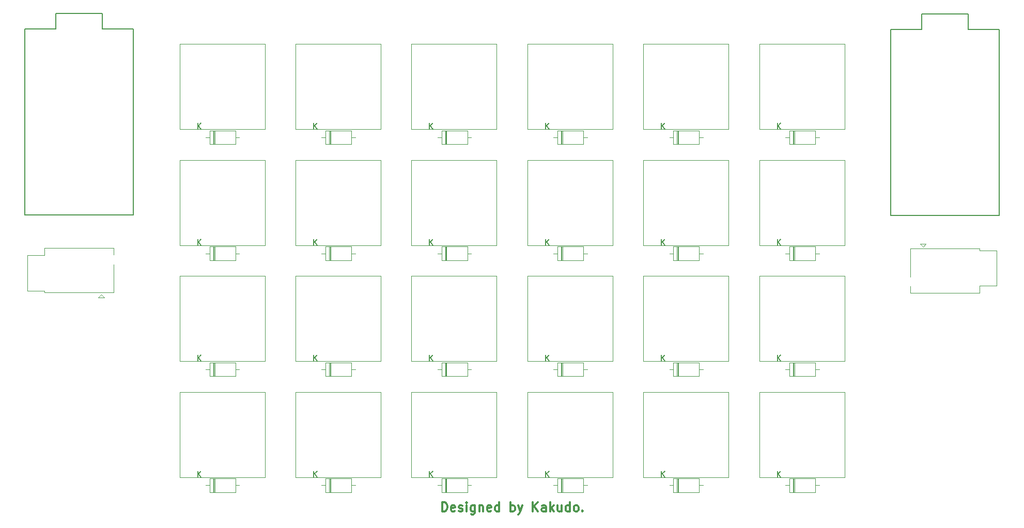
<source format=gto>
G04 #@! TF.GenerationSoftware,KiCad,Pcbnew,(5.0.2)-1*
G04 #@! TF.CreationDate,2019-02-28T20:13:41+09:00*
G04 #@! TF.ProjectId,Keyboard,4b657962-6f61-4726-942e-6b696361645f,rev?*
G04 #@! TF.SameCoordinates,Original*
G04 #@! TF.FileFunction,Legend,Top*
G04 #@! TF.FilePolarity,Positive*
%FSLAX46Y46*%
G04 Gerber Fmt 4.6, Leading zero omitted, Abs format (unit mm)*
G04 Created by KiCad (PCBNEW (5.0.2)-1) date 2019/02/28 20:13:41*
%MOMM*%
%LPD*%
G01*
G04 APERTURE LIST*
%ADD10C,0.300000*%
%ADD11C,0.120000*%
%ADD12C,0.150000*%
G04 APERTURE END LIST*
D10*
X73699999Y-83778571D02*
X73699999Y-82278571D01*
X74057142Y-82278571D01*
X74271428Y-82350000D01*
X74414285Y-82492857D01*
X74485714Y-82635714D01*
X74557142Y-82921428D01*
X74557142Y-83135714D01*
X74485714Y-83421428D01*
X74414285Y-83564285D01*
X74271428Y-83707142D01*
X74057142Y-83778571D01*
X73699999Y-83778571D01*
X75771428Y-83707142D02*
X75628571Y-83778571D01*
X75342857Y-83778571D01*
X75199999Y-83707142D01*
X75128571Y-83564285D01*
X75128571Y-82992857D01*
X75199999Y-82850000D01*
X75342857Y-82778571D01*
X75628571Y-82778571D01*
X75771428Y-82850000D01*
X75842857Y-82992857D01*
X75842857Y-83135714D01*
X75128571Y-83278571D01*
X76414285Y-83707142D02*
X76557142Y-83778571D01*
X76842857Y-83778571D01*
X76985714Y-83707142D01*
X77057142Y-83564285D01*
X77057142Y-83492857D01*
X76985714Y-83350000D01*
X76842857Y-83278571D01*
X76628571Y-83278571D01*
X76485714Y-83207142D01*
X76414285Y-83064285D01*
X76414285Y-82992857D01*
X76485714Y-82850000D01*
X76628571Y-82778571D01*
X76842857Y-82778571D01*
X76985714Y-82850000D01*
X77699999Y-83778571D02*
X77699999Y-82778571D01*
X77699999Y-82278571D02*
X77628571Y-82350000D01*
X77699999Y-82421428D01*
X77771428Y-82350000D01*
X77699999Y-82278571D01*
X77699999Y-82421428D01*
X79057142Y-82778571D02*
X79057142Y-83992857D01*
X78985714Y-84135714D01*
X78914285Y-84207142D01*
X78771428Y-84278571D01*
X78557142Y-84278571D01*
X78414285Y-84207142D01*
X79057142Y-83707142D02*
X78914285Y-83778571D01*
X78628571Y-83778571D01*
X78485714Y-83707142D01*
X78414285Y-83635714D01*
X78342857Y-83492857D01*
X78342857Y-83064285D01*
X78414285Y-82921428D01*
X78485714Y-82850000D01*
X78628571Y-82778571D01*
X78914285Y-82778571D01*
X79057142Y-82850000D01*
X79771428Y-82778571D02*
X79771428Y-83778571D01*
X79771428Y-82921428D02*
X79842857Y-82850000D01*
X79985714Y-82778571D01*
X80199999Y-82778571D01*
X80342857Y-82850000D01*
X80414285Y-82992857D01*
X80414285Y-83778571D01*
X81700000Y-83707142D02*
X81557142Y-83778571D01*
X81271428Y-83778571D01*
X81128571Y-83707142D01*
X81057142Y-83564285D01*
X81057142Y-82992857D01*
X81128571Y-82850000D01*
X81271428Y-82778571D01*
X81557142Y-82778571D01*
X81700000Y-82850000D01*
X81771428Y-82992857D01*
X81771428Y-83135714D01*
X81057142Y-83278571D01*
X83057142Y-83778571D02*
X83057142Y-82278571D01*
X83057142Y-83707142D02*
X82914285Y-83778571D01*
X82628571Y-83778571D01*
X82485714Y-83707142D01*
X82414285Y-83635714D01*
X82342857Y-83492857D01*
X82342857Y-83064285D01*
X82414285Y-82921428D01*
X82485714Y-82850000D01*
X82628571Y-82778571D01*
X82914285Y-82778571D01*
X83057142Y-82850000D01*
X84914285Y-83778571D02*
X84914285Y-82278571D01*
X84914285Y-82850000D02*
X85057142Y-82778571D01*
X85342857Y-82778571D01*
X85485714Y-82850000D01*
X85557142Y-82921428D01*
X85628571Y-83064285D01*
X85628571Y-83492857D01*
X85557142Y-83635714D01*
X85485714Y-83707142D01*
X85342857Y-83778571D01*
X85057142Y-83778571D01*
X84914285Y-83707142D01*
X86128571Y-82778571D02*
X86485714Y-83778571D01*
X86842857Y-82778571D02*
X86485714Y-83778571D01*
X86342857Y-84135714D01*
X86271428Y-84207142D01*
X86128571Y-84278571D01*
X88557142Y-83778571D02*
X88557142Y-82278571D01*
X89414285Y-83778571D02*
X88771428Y-82921428D01*
X89414285Y-82278571D02*
X88557142Y-83135714D01*
X90699999Y-83778571D02*
X90699999Y-82992857D01*
X90628571Y-82850000D01*
X90485714Y-82778571D01*
X90199999Y-82778571D01*
X90057142Y-82850000D01*
X90699999Y-83707142D02*
X90557142Y-83778571D01*
X90199999Y-83778571D01*
X90057142Y-83707142D01*
X89985714Y-83564285D01*
X89985714Y-83421428D01*
X90057142Y-83278571D01*
X90199999Y-83207142D01*
X90557142Y-83207142D01*
X90699999Y-83135714D01*
X91414285Y-83778571D02*
X91414285Y-82278571D01*
X91557142Y-83207142D02*
X91985714Y-83778571D01*
X91985714Y-82778571D02*
X91414285Y-83350000D01*
X93271428Y-82778571D02*
X93271428Y-83778571D01*
X92628571Y-82778571D02*
X92628571Y-83564285D01*
X92699999Y-83707142D01*
X92842857Y-83778571D01*
X93057142Y-83778571D01*
X93199999Y-83707142D01*
X93271428Y-83635714D01*
X94628571Y-83778571D02*
X94628571Y-82278571D01*
X94628571Y-83707142D02*
X94485714Y-83778571D01*
X94199999Y-83778571D01*
X94057142Y-83707142D01*
X93985714Y-83635714D01*
X93914285Y-83492857D01*
X93914285Y-83064285D01*
X93985714Y-82921428D01*
X94057142Y-82850000D01*
X94199999Y-82778571D01*
X94485714Y-82778571D01*
X94628571Y-82850000D01*
X95557142Y-83778571D02*
X95414285Y-83707142D01*
X95342857Y-83635714D01*
X95271428Y-83492857D01*
X95271428Y-83064285D01*
X95342857Y-82921428D01*
X95414285Y-82850000D01*
X95557142Y-82778571D01*
X95771428Y-82778571D01*
X95914285Y-82850000D01*
X95985714Y-82921428D01*
X96057142Y-83064285D01*
X96057142Y-83492857D01*
X95985714Y-83635714D01*
X95914285Y-83707142D01*
X95771428Y-83778571D01*
X95557142Y-83778571D01*
X96700000Y-83635714D02*
X96771428Y-83707142D01*
X96700000Y-83778571D01*
X96628571Y-83707142D01*
X96700000Y-83635714D01*
X96700000Y-83778571D01*
D11*
G04 #@! TO.C,K23*
X30675000Y-78165000D02*
X30675000Y-64195000D01*
X44645000Y-78165000D02*
X30675000Y-78165000D01*
X44645000Y-64195000D02*
X44645000Y-78165000D01*
X30675000Y-64195000D02*
X44645000Y-64195000D01*
G04 #@! TO.C,K24*
X49675000Y-64195000D02*
X63645000Y-64195000D01*
X63645000Y-64195000D02*
X63645000Y-78165000D01*
X63645000Y-78165000D02*
X49675000Y-78165000D01*
X49675000Y-78165000D02*
X49675000Y-64195000D01*
G04 #@! TO.C,D24*
X54590000Y-78380000D02*
X54590000Y-80620000D01*
X54590000Y-80620000D02*
X58830000Y-80620000D01*
X58830000Y-80620000D02*
X58830000Y-78380000D01*
X58830000Y-78380000D02*
X54590000Y-78380000D01*
X53940000Y-79500000D02*
X54590000Y-79500000D01*
X59480000Y-79500000D02*
X58830000Y-79500000D01*
X55310000Y-78380000D02*
X55310000Y-80620000D01*
X55430000Y-78380000D02*
X55430000Y-80620000D01*
X55190000Y-78380000D02*
X55190000Y-80620000D01*
G04 #@! TO.C,D23*
X36190000Y-78380000D02*
X36190000Y-80620000D01*
X36430000Y-78380000D02*
X36430000Y-80620000D01*
X36310000Y-78380000D02*
X36310000Y-80620000D01*
X40480000Y-79500000D02*
X39830000Y-79500000D01*
X34940000Y-79500000D02*
X35590000Y-79500000D01*
X39830000Y-78380000D02*
X35590000Y-78380000D01*
X39830000Y-80620000D02*
X39830000Y-78380000D01*
X35590000Y-80620000D02*
X39830000Y-80620000D01*
X35590000Y-78380000D02*
X35590000Y-80620000D01*
D12*
G04 #@! TO.C,U2*
X5310000Y-4660000D02*
X5310000Y-35140000D01*
X5310000Y-4660000D02*
X10390000Y-4660000D01*
X10390000Y-4660000D02*
X10390000Y-2120000D01*
X10390000Y-2120000D02*
X18010000Y-2120000D01*
X18010000Y-2120000D02*
X18010000Y-4660000D01*
X18010000Y-4660000D02*
X23090000Y-4660000D01*
X23090000Y-4660000D02*
X23090000Y-35140000D01*
X23090000Y-35140000D02*
X5310000Y-35140000D01*
D11*
G04 #@! TO.C,K3*
X30675000Y-45195000D02*
X44645000Y-45195000D01*
X44645000Y-45195000D02*
X44645000Y-59165000D01*
X44645000Y-59165000D02*
X30675000Y-59165000D01*
X30675000Y-59165000D02*
X30675000Y-45195000D01*
G04 #@! TO.C,K7*
X68675000Y-7195000D02*
X82645000Y-7195000D01*
X82645000Y-7195000D02*
X82645000Y-21165000D01*
X82645000Y-21165000D02*
X68675000Y-21165000D01*
X68675000Y-21165000D02*
X68675000Y-7195000D01*
G04 #@! TO.C,K8*
X68675000Y-26195000D02*
X82645000Y-26195000D01*
X82645000Y-26195000D02*
X82645000Y-40165000D01*
X82645000Y-40165000D02*
X68675000Y-40165000D01*
X68675000Y-40165000D02*
X68675000Y-26195000D01*
G04 #@! TO.C,D2*
X35590000Y-40380000D02*
X35590000Y-42620000D01*
X35590000Y-42620000D02*
X39830000Y-42620000D01*
X39830000Y-42620000D02*
X39830000Y-40380000D01*
X39830000Y-40380000D02*
X35590000Y-40380000D01*
X34940000Y-41500000D02*
X35590000Y-41500000D01*
X40480000Y-41500000D02*
X39830000Y-41500000D01*
X36310000Y-40380000D02*
X36310000Y-42620000D01*
X36430000Y-40380000D02*
X36430000Y-42620000D01*
X36190000Y-40380000D02*
X36190000Y-42620000D01*
G04 #@! TO.C,D7*
X73590000Y-21380000D02*
X73590000Y-23620000D01*
X73590000Y-23620000D02*
X77830000Y-23620000D01*
X77830000Y-23620000D02*
X77830000Y-21380000D01*
X77830000Y-21380000D02*
X73590000Y-21380000D01*
X72940000Y-22500000D02*
X73590000Y-22500000D01*
X78480000Y-22500000D02*
X77830000Y-22500000D01*
X74310000Y-21380000D02*
X74310000Y-23620000D01*
X74430000Y-21380000D02*
X74430000Y-23620000D01*
X74190000Y-21380000D02*
X74190000Y-23620000D01*
G04 #@! TO.C,D10*
X73590000Y-78380000D02*
X73590000Y-80620000D01*
X73590000Y-80620000D02*
X77830000Y-80620000D01*
X77830000Y-80620000D02*
X77830000Y-78380000D01*
X77830000Y-78380000D02*
X73590000Y-78380000D01*
X72940000Y-79500000D02*
X73590000Y-79500000D01*
X78480000Y-79500000D02*
X77830000Y-79500000D01*
X74310000Y-78380000D02*
X74310000Y-80620000D01*
X74430000Y-78380000D02*
X74430000Y-80620000D01*
X74190000Y-78380000D02*
X74190000Y-80620000D01*
G04 #@! TO.C,D9*
X74190000Y-59380000D02*
X74190000Y-61620000D01*
X74430000Y-59380000D02*
X74430000Y-61620000D01*
X74310000Y-59380000D02*
X74310000Y-61620000D01*
X78480000Y-60500000D02*
X77830000Y-60500000D01*
X72940000Y-60500000D02*
X73590000Y-60500000D01*
X77830000Y-59380000D02*
X73590000Y-59380000D01*
X77830000Y-61620000D02*
X77830000Y-59380000D01*
X73590000Y-61620000D02*
X77830000Y-61620000D01*
X73590000Y-59380000D02*
X73590000Y-61620000D01*
G04 #@! TO.C,D16*
X111590000Y-40380000D02*
X111590000Y-42620000D01*
X111590000Y-42620000D02*
X115830000Y-42620000D01*
X115830000Y-42620000D02*
X115830000Y-40380000D01*
X115830000Y-40380000D02*
X111590000Y-40380000D01*
X110940000Y-41500000D02*
X111590000Y-41500000D01*
X116480000Y-41500000D02*
X115830000Y-41500000D01*
X112310000Y-40380000D02*
X112310000Y-42620000D01*
X112430000Y-40380000D02*
X112430000Y-42620000D01*
X112190000Y-40380000D02*
X112190000Y-42620000D01*
G04 #@! TO.C,K4*
X49675000Y-21165000D02*
X49675000Y-7195000D01*
X63645000Y-21165000D02*
X49675000Y-21165000D01*
X63645000Y-7195000D02*
X63645000Y-21165000D01*
X49675000Y-7195000D02*
X63645000Y-7195000D01*
G04 #@! TO.C,K9*
X68675000Y-45195000D02*
X82645000Y-45195000D01*
X82645000Y-45195000D02*
X82645000Y-59165000D01*
X82645000Y-59165000D02*
X68675000Y-59165000D01*
X68675000Y-59165000D02*
X68675000Y-45195000D01*
G04 #@! TO.C,K5*
X49675000Y-26195000D02*
X63645000Y-26195000D01*
X63645000Y-26195000D02*
X63645000Y-40165000D01*
X63645000Y-40165000D02*
X49675000Y-40165000D01*
X49675000Y-40165000D02*
X49675000Y-26195000D01*
G04 #@! TO.C,D15*
X112190000Y-21380000D02*
X112190000Y-23620000D01*
X112430000Y-21380000D02*
X112430000Y-23620000D01*
X112310000Y-21380000D02*
X112310000Y-23620000D01*
X116480000Y-22500000D02*
X115830000Y-22500000D01*
X110940000Y-22500000D02*
X111590000Y-22500000D01*
X115830000Y-21380000D02*
X111590000Y-21380000D01*
X115830000Y-23620000D02*
X115830000Y-21380000D01*
X111590000Y-23620000D02*
X115830000Y-23620000D01*
X111590000Y-21380000D02*
X111590000Y-23620000D01*
G04 #@! TO.C,D17*
X112190000Y-59380000D02*
X112190000Y-61620000D01*
X112430000Y-59380000D02*
X112430000Y-61620000D01*
X112310000Y-59380000D02*
X112310000Y-61620000D01*
X116480000Y-60500000D02*
X115830000Y-60500000D01*
X110940000Y-60500000D02*
X111590000Y-60500000D01*
X115830000Y-59380000D02*
X111590000Y-59380000D01*
X115830000Y-61620000D02*
X115830000Y-59380000D01*
X111590000Y-61620000D02*
X115830000Y-61620000D01*
X111590000Y-59380000D02*
X111590000Y-61620000D01*
G04 #@! TO.C,D12*
X93190000Y-40380000D02*
X93190000Y-42620000D01*
X93430000Y-40380000D02*
X93430000Y-42620000D01*
X93310000Y-40380000D02*
X93310000Y-42620000D01*
X97480000Y-41500000D02*
X96830000Y-41500000D01*
X91940000Y-41500000D02*
X92590000Y-41500000D01*
X96830000Y-40380000D02*
X92590000Y-40380000D01*
X96830000Y-42620000D02*
X96830000Y-40380000D01*
X92590000Y-42620000D02*
X96830000Y-42620000D01*
X92590000Y-40380000D02*
X92590000Y-42620000D01*
G04 #@! TO.C,D4*
X55190000Y-21380000D02*
X55190000Y-23620000D01*
X55430000Y-21380000D02*
X55430000Y-23620000D01*
X55310000Y-21380000D02*
X55310000Y-23620000D01*
X59480000Y-22500000D02*
X58830000Y-22500000D01*
X53940000Y-22500000D02*
X54590000Y-22500000D01*
X58830000Y-21380000D02*
X54590000Y-21380000D01*
X58830000Y-23620000D02*
X58830000Y-21380000D01*
X54590000Y-23620000D02*
X58830000Y-23620000D01*
X54590000Y-21380000D02*
X54590000Y-23620000D01*
G04 #@! TO.C,D6*
X54590000Y-59380000D02*
X54590000Y-61620000D01*
X54590000Y-61620000D02*
X58830000Y-61620000D01*
X58830000Y-61620000D02*
X58830000Y-59380000D01*
X58830000Y-59380000D02*
X54590000Y-59380000D01*
X53940000Y-60500000D02*
X54590000Y-60500000D01*
X59480000Y-60500000D02*
X58830000Y-60500000D01*
X55310000Y-59380000D02*
X55310000Y-61620000D01*
X55430000Y-59380000D02*
X55430000Y-61620000D01*
X55190000Y-59380000D02*
X55190000Y-61620000D01*
G04 #@! TO.C,D14*
X93190000Y-78380000D02*
X93190000Y-80620000D01*
X93430000Y-78380000D02*
X93430000Y-80620000D01*
X93310000Y-78380000D02*
X93310000Y-80620000D01*
X97480000Y-79500000D02*
X96830000Y-79500000D01*
X91940000Y-79500000D02*
X92590000Y-79500000D01*
X96830000Y-78380000D02*
X92590000Y-78380000D01*
X96830000Y-80620000D02*
X96830000Y-78380000D01*
X92590000Y-80620000D02*
X96830000Y-80620000D01*
X92590000Y-78380000D02*
X92590000Y-80620000D01*
G04 #@! TO.C,D18*
X111590000Y-78380000D02*
X111590000Y-80620000D01*
X111590000Y-80620000D02*
X115830000Y-80620000D01*
X115830000Y-80620000D02*
X115830000Y-78380000D01*
X115830000Y-78380000D02*
X111590000Y-78380000D01*
X110940000Y-79500000D02*
X111590000Y-79500000D01*
X116480000Y-79500000D02*
X115830000Y-79500000D01*
X112310000Y-78380000D02*
X112310000Y-80620000D01*
X112430000Y-78380000D02*
X112430000Y-80620000D01*
X112190000Y-78380000D02*
X112190000Y-80620000D01*
G04 #@! TO.C,D21*
X130590000Y-59380000D02*
X130590000Y-61620000D01*
X130590000Y-61620000D02*
X134830000Y-61620000D01*
X134830000Y-61620000D02*
X134830000Y-59380000D01*
X134830000Y-59380000D02*
X130590000Y-59380000D01*
X129940000Y-60500000D02*
X130590000Y-60500000D01*
X135480000Y-60500000D02*
X134830000Y-60500000D01*
X131310000Y-59380000D02*
X131310000Y-61620000D01*
X131430000Y-59380000D02*
X131430000Y-61620000D01*
X131190000Y-59380000D02*
X131190000Y-61620000D01*
G04 #@! TO.C,D22*
X131190000Y-78380000D02*
X131190000Y-80620000D01*
X131430000Y-78380000D02*
X131430000Y-80620000D01*
X131310000Y-78380000D02*
X131310000Y-80620000D01*
X135480000Y-79500000D02*
X134830000Y-79500000D01*
X129940000Y-79500000D02*
X130590000Y-79500000D01*
X134830000Y-78380000D02*
X130590000Y-78380000D01*
X134830000Y-80620000D02*
X134830000Y-78380000D01*
X130590000Y-80620000D02*
X134830000Y-80620000D01*
X130590000Y-78380000D02*
X130590000Y-80620000D01*
G04 #@! TO.C,D3*
X36190000Y-59380000D02*
X36190000Y-61620000D01*
X36430000Y-59380000D02*
X36430000Y-61620000D01*
X36310000Y-59380000D02*
X36310000Y-61620000D01*
X40480000Y-60500000D02*
X39830000Y-60500000D01*
X34940000Y-60500000D02*
X35590000Y-60500000D01*
X39830000Y-59380000D02*
X35590000Y-59380000D01*
X39830000Y-61620000D02*
X39830000Y-59380000D01*
X35590000Y-61620000D02*
X39830000Y-61620000D01*
X35590000Y-59380000D02*
X35590000Y-61620000D01*
G04 #@! TO.C,K1*
X30675000Y-7195000D02*
X44645000Y-7195000D01*
X44645000Y-7195000D02*
X44645000Y-21165000D01*
X44645000Y-21165000D02*
X30675000Y-21165000D01*
X30675000Y-21165000D02*
X30675000Y-7195000D01*
G04 #@! TO.C,K2*
X30675000Y-40165000D02*
X30675000Y-26195000D01*
X44645000Y-40165000D02*
X30675000Y-40165000D01*
X44645000Y-26195000D02*
X44645000Y-40165000D01*
X30675000Y-26195000D02*
X44645000Y-26195000D01*
G04 #@! TO.C,D11*
X92590000Y-21380000D02*
X92590000Y-23620000D01*
X92590000Y-23620000D02*
X96830000Y-23620000D01*
X96830000Y-23620000D02*
X96830000Y-21380000D01*
X96830000Y-21380000D02*
X92590000Y-21380000D01*
X91940000Y-22500000D02*
X92590000Y-22500000D01*
X97480000Y-22500000D02*
X96830000Y-22500000D01*
X93310000Y-21380000D02*
X93310000Y-23620000D01*
X93430000Y-21380000D02*
X93430000Y-23620000D01*
X93190000Y-21380000D02*
X93190000Y-23620000D01*
G04 #@! TO.C,K19*
X125675000Y-7195000D02*
X139645000Y-7195000D01*
X139645000Y-7195000D02*
X139645000Y-21165000D01*
X139645000Y-21165000D02*
X125675000Y-21165000D01*
X125675000Y-21165000D02*
X125675000Y-7195000D01*
G04 #@! TO.C,D20*
X131190000Y-40380000D02*
X131190000Y-42620000D01*
X131430000Y-40380000D02*
X131430000Y-42620000D01*
X131310000Y-40380000D02*
X131310000Y-42620000D01*
X135480000Y-41500000D02*
X134830000Y-41500000D01*
X129940000Y-41500000D02*
X130590000Y-41500000D01*
X134830000Y-40380000D02*
X130590000Y-40380000D01*
X134830000Y-42620000D02*
X134830000Y-40380000D01*
X130590000Y-42620000D02*
X134830000Y-42620000D01*
X130590000Y-40380000D02*
X130590000Y-42620000D01*
G04 #@! TO.C,D8*
X73590000Y-40380000D02*
X73590000Y-42620000D01*
X73590000Y-42620000D02*
X77830000Y-42620000D01*
X77830000Y-42620000D02*
X77830000Y-40380000D01*
X77830000Y-40380000D02*
X73590000Y-40380000D01*
X72940000Y-41500000D02*
X73590000Y-41500000D01*
X78480000Y-41500000D02*
X77830000Y-41500000D01*
X74310000Y-40380000D02*
X74310000Y-42620000D01*
X74430000Y-40380000D02*
X74430000Y-42620000D01*
X74190000Y-40380000D02*
X74190000Y-42620000D01*
G04 #@! TO.C,K6*
X49675000Y-59165000D02*
X49675000Y-45195000D01*
X63645000Y-59165000D02*
X49675000Y-59165000D01*
X63645000Y-45195000D02*
X63645000Y-59165000D01*
X49675000Y-45195000D02*
X63645000Y-45195000D01*
G04 #@! TO.C,D13*
X93190000Y-59380000D02*
X93190000Y-61620000D01*
X93430000Y-59380000D02*
X93430000Y-61620000D01*
X93310000Y-59380000D02*
X93310000Y-61620000D01*
X97480000Y-60500000D02*
X96830000Y-60500000D01*
X91940000Y-60500000D02*
X92590000Y-60500000D01*
X96830000Y-59380000D02*
X92590000Y-59380000D01*
X96830000Y-61620000D02*
X96830000Y-59380000D01*
X92590000Y-61620000D02*
X96830000Y-61620000D01*
X92590000Y-59380000D02*
X92590000Y-61620000D01*
G04 #@! TO.C,K17*
X106675000Y-59165000D02*
X106675000Y-45195000D01*
X120645000Y-59165000D02*
X106675000Y-59165000D01*
X120645000Y-45195000D02*
X120645000Y-59165000D01*
X106675000Y-45195000D02*
X120645000Y-45195000D01*
G04 #@! TO.C,D1*
X35590000Y-21380000D02*
X35590000Y-23620000D01*
X35590000Y-23620000D02*
X39830000Y-23620000D01*
X39830000Y-23620000D02*
X39830000Y-21380000D01*
X39830000Y-21380000D02*
X35590000Y-21380000D01*
X34940000Y-22500000D02*
X35590000Y-22500000D01*
X40480000Y-22500000D02*
X39830000Y-22500000D01*
X36310000Y-21380000D02*
X36310000Y-23620000D01*
X36430000Y-21380000D02*
X36430000Y-23620000D01*
X36190000Y-21380000D02*
X36190000Y-23620000D01*
G04 #@! TO.C,D5*
X55190000Y-40380000D02*
X55190000Y-42620000D01*
X55430000Y-40380000D02*
X55430000Y-42620000D01*
X55310000Y-40380000D02*
X55310000Y-42620000D01*
X59480000Y-41500000D02*
X58830000Y-41500000D01*
X53940000Y-41500000D02*
X54590000Y-41500000D01*
X58830000Y-40380000D02*
X54590000Y-40380000D01*
X58830000Y-42620000D02*
X58830000Y-40380000D01*
X54590000Y-42620000D02*
X58830000Y-42620000D01*
X54590000Y-40380000D02*
X54590000Y-42620000D01*
G04 #@! TO.C,D19*
X130590000Y-21380000D02*
X130590000Y-23620000D01*
X130590000Y-23620000D02*
X134830000Y-23620000D01*
X134830000Y-23620000D02*
X134830000Y-21380000D01*
X134830000Y-21380000D02*
X130590000Y-21380000D01*
X129940000Y-22500000D02*
X130590000Y-22500000D01*
X135480000Y-22500000D02*
X134830000Y-22500000D01*
X131310000Y-21380000D02*
X131310000Y-23620000D01*
X131430000Y-21380000D02*
X131430000Y-23620000D01*
X131190000Y-21380000D02*
X131190000Y-23620000D01*
G04 #@! TO.C,K14*
X87675000Y-64195000D02*
X101645000Y-64195000D01*
X101645000Y-64195000D02*
X101645000Y-78165000D01*
X101645000Y-78165000D02*
X87675000Y-78165000D01*
X87675000Y-78165000D02*
X87675000Y-64195000D01*
G04 #@! TO.C,K20*
X125675000Y-26195000D02*
X139645000Y-26195000D01*
X139645000Y-26195000D02*
X139645000Y-40165000D01*
X139645000Y-40165000D02*
X125675000Y-40165000D01*
X125675000Y-40165000D02*
X125675000Y-26195000D01*
G04 #@! TO.C,K22*
X125675000Y-78165000D02*
X125675000Y-64195000D01*
X139645000Y-78165000D02*
X125675000Y-78165000D01*
X139645000Y-64195000D02*
X139645000Y-78165000D01*
X125675000Y-64195000D02*
X139645000Y-64195000D01*
G04 #@! TO.C,K12*
X87675000Y-40165000D02*
X87675000Y-26195000D01*
X101645000Y-40165000D02*
X87675000Y-40165000D01*
X101645000Y-26195000D02*
X101645000Y-40165000D01*
X87675000Y-26195000D02*
X101645000Y-26195000D01*
G04 #@! TO.C,K11*
X87675000Y-21165000D02*
X87675000Y-7195000D01*
X101645000Y-21165000D02*
X87675000Y-21165000D01*
X101645000Y-7195000D02*
X101645000Y-21165000D01*
X87675000Y-7195000D02*
X101645000Y-7195000D01*
G04 #@! TO.C,K10*
X68675000Y-78165000D02*
X68675000Y-64195000D01*
X82645000Y-78165000D02*
X68675000Y-78165000D01*
X82645000Y-64195000D02*
X82645000Y-78165000D01*
X68675000Y-64195000D02*
X82645000Y-64195000D01*
G04 #@! TO.C,K15*
X106675000Y-7195000D02*
X120645000Y-7195000D01*
X120645000Y-7195000D02*
X120645000Y-21165000D01*
X120645000Y-21165000D02*
X106675000Y-21165000D01*
X106675000Y-21165000D02*
X106675000Y-7195000D01*
D12*
G04 #@! TO.C,U1*
X164990000Y-35240000D02*
X147210000Y-35240000D01*
X164990000Y-4760000D02*
X164990000Y-35240000D01*
X159910000Y-4760000D02*
X164990000Y-4760000D01*
X159910000Y-2220000D02*
X159910000Y-4760000D01*
X152290000Y-2220000D02*
X159910000Y-2220000D01*
X152290000Y-4760000D02*
X152290000Y-2220000D01*
X147210000Y-4760000D02*
X152290000Y-4760000D01*
X147210000Y-4760000D02*
X147210000Y-35240000D01*
D11*
G04 #@! TO.C,K16*
X106675000Y-40165000D02*
X106675000Y-26195000D01*
X120645000Y-40165000D02*
X106675000Y-40165000D01*
X120645000Y-26195000D02*
X120645000Y-40165000D01*
X106675000Y-26195000D02*
X120645000Y-26195000D01*
G04 #@! TO.C,K18*
X106675000Y-78165000D02*
X106675000Y-64195000D01*
X120645000Y-78165000D02*
X106675000Y-78165000D01*
X120645000Y-64195000D02*
X120645000Y-78165000D01*
X106675000Y-64195000D02*
X120645000Y-64195000D01*
G04 #@! TO.C,K13*
X87675000Y-45195000D02*
X101645000Y-45195000D01*
X101645000Y-45195000D02*
X101645000Y-59165000D01*
X101645000Y-59165000D02*
X87675000Y-59165000D01*
X87675000Y-59165000D02*
X87675000Y-45195000D01*
G04 #@! TO.C,K21*
X125675000Y-59165000D02*
X125675000Y-45195000D01*
X139645000Y-59165000D02*
X125675000Y-59165000D01*
X139645000Y-45195000D02*
X139645000Y-59165000D01*
X125675000Y-45195000D02*
X139645000Y-45195000D01*
G04 #@! TO.C,J1*
X161800000Y-41000000D02*
X164600000Y-41000000D01*
X161800000Y-46800000D02*
X164600000Y-46800000D01*
X161800000Y-48000000D02*
X150400000Y-48000000D01*
X164600000Y-46800000D02*
X164600000Y-41000000D01*
X161800000Y-40700000D02*
X161800000Y-41000000D01*
X161800000Y-46800000D02*
X161800000Y-48000000D01*
X150400000Y-48000000D02*
X150400000Y-46900000D01*
X150400000Y-40700000D02*
X150400000Y-45300000D01*
X161800000Y-40700000D02*
X150400000Y-40700000D01*
X152500000Y-40400000D02*
X153000000Y-39900000D01*
X153000000Y-39900000D02*
X152000000Y-39900000D01*
X152000000Y-39900000D02*
X152500000Y-40400000D01*
G04 #@! TO.C,J2*
X18300000Y-48700000D02*
X17800000Y-48200000D01*
X17300000Y-48700000D02*
X18300000Y-48700000D01*
X17800000Y-48200000D02*
X17300000Y-48700000D01*
X8500000Y-47900000D02*
X19900000Y-47900000D01*
X19900000Y-47900000D02*
X19900000Y-43300000D01*
X19900000Y-40600000D02*
X19900000Y-41700000D01*
X8500000Y-41800000D02*
X8500000Y-40600000D01*
X8500000Y-47900000D02*
X8500000Y-47600000D01*
X5700000Y-41800000D02*
X5700000Y-47600000D01*
X8500000Y-40600000D02*
X19900000Y-40600000D01*
X8500000Y-41800000D02*
X5700000Y-41800000D01*
X8500000Y-47600000D02*
X5700000Y-47600000D01*
G04 #@! TO.C,D24*
D12*
X52638095Y-78152380D02*
X52638095Y-77152380D01*
X53209523Y-78152380D02*
X52780952Y-77580952D01*
X53209523Y-77152380D02*
X52638095Y-77723809D01*
G04 #@! TO.C,D23*
X33638095Y-78152380D02*
X33638095Y-77152380D01*
X34209523Y-78152380D02*
X33780952Y-77580952D01*
X34209523Y-77152380D02*
X33638095Y-77723809D01*
G04 #@! TO.C,D2*
X33638095Y-40152380D02*
X33638095Y-39152380D01*
X34209523Y-40152380D02*
X33780952Y-39580952D01*
X34209523Y-39152380D02*
X33638095Y-39723809D01*
G04 #@! TO.C,D7*
X71638095Y-21152380D02*
X71638095Y-20152380D01*
X72209523Y-21152380D02*
X71780952Y-20580952D01*
X72209523Y-20152380D02*
X71638095Y-20723809D01*
G04 #@! TO.C,D10*
X71638095Y-78152380D02*
X71638095Y-77152380D01*
X72209523Y-78152380D02*
X71780952Y-77580952D01*
X72209523Y-77152380D02*
X71638095Y-77723809D01*
G04 #@! TO.C,D9*
X71638095Y-59152380D02*
X71638095Y-58152380D01*
X72209523Y-59152380D02*
X71780952Y-58580952D01*
X72209523Y-58152380D02*
X71638095Y-58723809D01*
G04 #@! TO.C,D16*
X109638095Y-40152380D02*
X109638095Y-39152380D01*
X110209523Y-40152380D02*
X109780952Y-39580952D01*
X110209523Y-39152380D02*
X109638095Y-39723809D01*
G04 #@! TO.C,D15*
X109638095Y-21152380D02*
X109638095Y-20152380D01*
X110209523Y-21152380D02*
X109780952Y-20580952D01*
X110209523Y-20152380D02*
X109638095Y-20723809D01*
G04 #@! TO.C,D17*
X109638095Y-59152380D02*
X109638095Y-58152380D01*
X110209523Y-59152380D02*
X109780952Y-58580952D01*
X110209523Y-58152380D02*
X109638095Y-58723809D01*
G04 #@! TO.C,D12*
X90638095Y-40152380D02*
X90638095Y-39152380D01*
X91209523Y-40152380D02*
X90780952Y-39580952D01*
X91209523Y-39152380D02*
X90638095Y-39723809D01*
G04 #@! TO.C,D4*
X52638095Y-21152380D02*
X52638095Y-20152380D01*
X53209523Y-21152380D02*
X52780952Y-20580952D01*
X53209523Y-20152380D02*
X52638095Y-20723809D01*
G04 #@! TO.C,D6*
X52638095Y-59152380D02*
X52638095Y-58152380D01*
X53209523Y-59152380D02*
X52780952Y-58580952D01*
X53209523Y-58152380D02*
X52638095Y-58723809D01*
G04 #@! TO.C,D14*
X90638095Y-78152380D02*
X90638095Y-77152380D01*
X91209523Y-78152380D02*
X90780952Y-77580952D01*
X91209523Y-77152380D02*
X90638095Y-77723809D01*
G04 #@! TO.C,D18*
X109638095Y-78152380D02*
X109638095Y-77152380D01*
X110209523Y-78152380D02*
X109780952Y-77580952D01*
X110209523Y-77152380D02*
X109638095Y-77723809D01*
G04 #@! TO.C,D21*
X128638095Y-59152380D02*
X128638095Y-58152380D01*
X129209523Y-59152380D02*
X128780952Y-58580952D01*
X129209523Y-58152380D02*
X128638095Y-58723809D01*
G04 #@! TO.C,D22*
X128638095Y-78152380D02*
X128638095Y-77152380D01*
X129209523Y-78152380D02*
X128780952Y-77580952D01*
X129209523Y-77152380D02*
X128638095Y-77723809D01*
G04 #@! TO.C,D3*
X33638095Y-59152380D02*
X33638095Y-58152380D01*
X34209523Y-59152380D02*
X33780952Y-58580952D01*
X34209523Y-58152380D02*
X33638095Y-58723809D01*
G04 #@! TO.C,D11*
X90638095Y-21152380D02*
X90638095Y-20152380D01*
X91209523Y-21152380D02*
X90780952Y-20580952D01*
X91209523Y-20152380D02*
X90638095Y-20723809D01*
G04 #@! TO.C,D20*
X128638095Y-40152380D02*
X128638095Y-39152380D01*
X129209523Y-40152380D02*
X128780952Y-39580952D01*
X129209523Y-39152380D02*
X128638095Y-39723809D01*
G04 #@! TO.C,D8*
X71638095Y-40152380D02*
X71638095Y-39152380D01*
X72209523Y-40152380D02*
X71780952Y-39580952D01*
X72209523Y-39152380D02*
X71638095Y-39723809D01*
G04 #@! TO.C,D13*
X90638095Y-59152380D02*
X90638095Y-58152380D01*
X91209523Y-59152380D02*
X90780952Y-58580952D01*
X91209523Y-58152380D02*
X90638095Y-58723809D01*
G04 #@! TO.C,D1*
X33638095Y-21152380D02*
X33638095Y-20152380D01*
X34209523Y-21152380D02*
X33780952Y-20580952D01*
X34209523Y-20152380D02*
X33638095Y-20723809D01*
G04 #@! TO.C,D5*
X52638095Y-40152380D02*
X52638095Y-39152380D01*
X53209523Y-40152380D02*
X52780952Y-39580952D01*
X53209523Y-39152380D02*
X52638095Y-39723809D01*
G04 #@! TO.C,D19*
X128638095Y-21152380D02*
X128638095Y-20152380D01*
X129209523Y-21152380D02*
X128780952Y-20580952D01*
X129209523Y-20152380D02*
X128638095Y-20723809D01*
G04 #@! TD*
M02*

</source>
